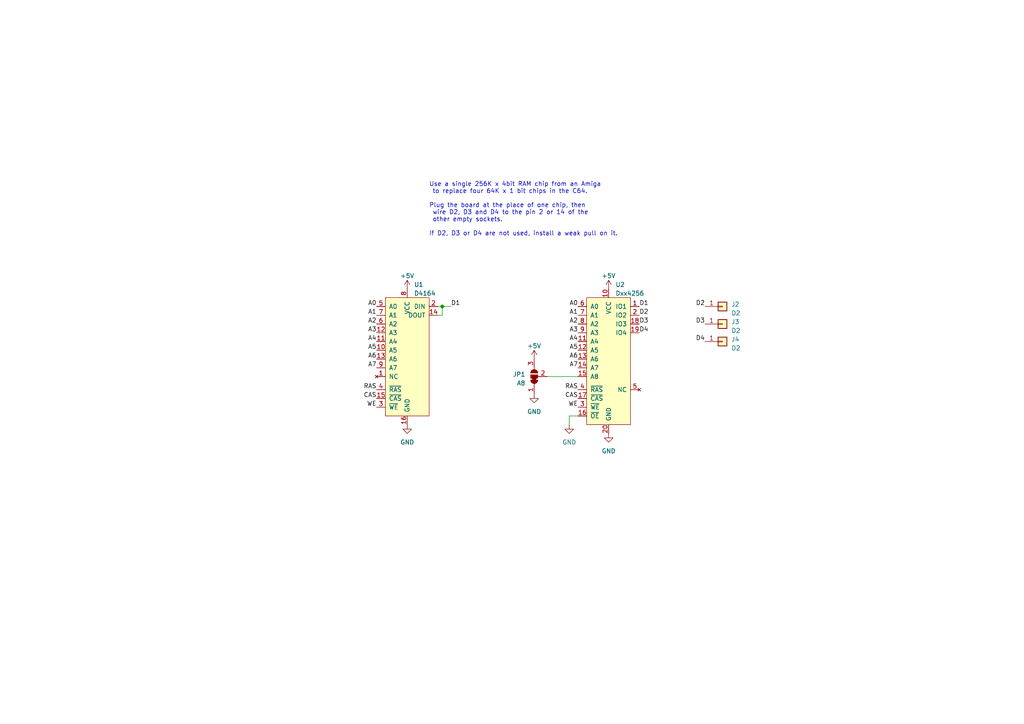
<source format=kicad_sch>
(kicad_sch (version 20230121) (generator eeschema)
  (paper "A4")
  (title_block (title "C64 RAM xx4256 to 4164") (date "2023-02-19") (rev "0.1") (company "FLACO 2023") (comment 1 "CC-BY-NC-SA 4.0"))
  (lib_symbols
    (symbol "Connector_Generic:Conn_01x01" (pin_names (offset 1.016) hide)
      (property "Reference" "J" (at 0 2.54 0))
      (property "Value" "Conn_01x01" (at 0 -2.54 0))
      (symbol "Conn_01x01_1_1"
        (rectangle (start -1.27 0.127) (end 0 -0.127) (stroke (width 0.1524)))
        (rectangle (start -1.27 1.27) (end 1.27 -1.27) (stroke (width 0.254)) (fill (type background)))
        (pin passive line (at -5.08 0 0) (length 3.81) (name "Pin_1") (number "1"))
      )
    )
    (symbol "Jumper:SolderJumper_3_Bridged12" (pin_names (offset 0) hide)
      (property "Reference" "JP" (at -2.54 -2.54 0))
      (property "Value" "SolderJumper_3_Bridged12" (at 0 2.794 0))
      (symbol "SolderJumper_3_Bridged12_0_1"
        (rectangle (start -1.016 0.508) (end -0.508 -0.508) (fill (type outline)))
        (arc (start -1.016 1.016) (mid -2.0276 0) (end -1.016 -1.016))
        (arc (start -1.016 1.016) (mid -2.0276 0) (end -1.016 -1.016) (fill (type outline)))
        (rectangle (start -0.508 1.016) (end 0.508 -1.016) (fill (type outline)))
        (polyline (pts (xy -2.54 0) (xy -2.032 0)))
        (polyline (pts (xy -1.016 1.016) (xy -1.016 -1.016)))
        (polyline (pts (xy 0 -1.27) (xy 0 -1.016)))
        (polyline (pts (xy 1.016 1.016) (xy 1.016 -1.016)))
        (polyline (pts (xy 2.54 0) (xy 2.032 0)))
        (arc (start 1.016 -1.016) (mid 2.0276 0) (end 1.016 1.016))
        (arc (start 1.016 -1.016) (mid 2.0276 0) (end 1.016 1.016) (fill (type outline)))
      )
      (symbol "SolderJumper_3_Bridged12_1_1"
        (pin passive line (at -5.08 0 0) (length 2.54) (name "A") (number "1"))
        (pin passive line (at 0 -3.81 90) (length 2.54) (name "C") (number "2"))
        (pin passive line (at 5.08 0 180) (length 2.54) (name "B") (number "3"))
      )
    )
    (symbol "Sassa:D4164" (pin_names (offset 1.016))
      (property "Reference" "U" (at -6.35 15.24 0))
      (property "Value" "D4164" (at -5.08 12.7 0))
      (symbol "D4164_0_1"
        (rectangle (start -6.35 11.43) (end 6.35 -22.86) (fill (type background)))
      )
      (symbol "D4164_1_1"
        (pin no_connect line (at -8.89 -11.43 0) (length 2.54) (name "NC") (number "1"))
        (pin input line (at -8.89 -3.81 0) (length 2.54) (name "A5") (number "10"))
        (pin input line (at -8.89 -1.27 0) (length 2.54) (name "A4") (number "11"))
        (pin input line (at -8.89 1.27 0) (length 2.54) (name "A3") (number "12"))
        (pin input line (at -8.89 -6.35 0) (length 2.54) (name "A6") (number "13"))
        (pin output line (at 8.89 6.35 180) (length 2.54) (name "DOUT") (number "14"))
        (pin input line (at -8.89 -17.78 0) (length 2.54) (name "~{CAS}") (number "15"))
        (pin power_in line (at 0 -25.4 90) (length 2.54) (name "GND") (number "16"))
        (pin input line (at 8.89 8.89 180) (length 2.54) (name "DIN") (number "2"))
        (pin input line (at -8.89 -20.32 0) (length 2.54) (name "~{WE}") (number "3"))
        (pin input line (at -8.89 -15.24 0) (length 2.54) (name "~{RAS}") (number "4"))
        (pin input line (at -8.89 8.89 0) (length 2.54) (name "A0") (number "5"))
        (pin input line (at -8.89 3.81 0) (length 2.54) (name "A2") (number "6"))
        (pin input line (at -8.89 6.35 0) (length 2.54) (name "A1") (number "7"))
        (pin power_in line (at 0 13.97 270) (length 2.54) (name "VCC") (number "8"))
        (pin input line (at -8.89 -8.89 0) (length 2.54) (name "A7") (number "9"))
      )
    )
    (symbol "Sassa:Dxx4256" (pin_names (offset 1.016))
      (property "Reference" "U" (at -6.35 15.24 0))
      (property "Value" "Dxx4256" (at -5.08 12.7 0))
      (symbol "Dxx4256_0_1"
        (rectangle (start -6.35 11.43) (end 6.35 -25.4) (fill (type background)))
      )
      (symbol "Dxx4256_1_1"
        (pin bidirectional line (at 8.89 8.89 180) (length 2.54) (name "IO1") (number "1"))
        (pin power_in line (at 0 13.97 270) (length 2.54) (name "VCC") (number "10"))
        (pin input line (at -8.89 -1.27 0) (length 2.54) (name "A4") (number "11"))
        (pin input line (at -8.89 -3.81 0) (length 2.54) (name "A5") (number "12"))
        (pin input line (at -8.89 -6.35 0) (length 2.54) (name "A6") (number "13"))
        (pin input line (at -8.89 -8.89 0) (length 2.54) (name "A7") (number "14"))
        (pin input line (at -8.89 -11.43 0) (length 2.54) (name "A8") (number "15"))
        (pin input line (at -8.89 -22.86 0) (length 2.54) (name "~{OE}") (number "16"))
        (pin input line (at -8.89 -17.78 0) (length 2.54) (name "~{CAS}") (number "17"))
        (pin bidirectional line (at 8.89 3.81 180) (length 2.54) (name "IO3") (number "18"))
        (pin bidirectional line (at 8.89 1.27 180) (length 2.54) (name "IO4") (number "19"))
        (pin bidirectional line (at 8.89 6.35 180) (length 2.54) (name "IO2") (number "2"))
        (pin power_in line (at 0 -27.94 90) (length 2.54) (name "GND") (number "20"))
        (pin input line (at -8.89 -20.32 0) (length 2.54) (name "~{WE}") (number "3"))
        (pin input line (at -8.89 -15.24 0) (length 2.54) (name "~{RAS}") (number "4"))
        (pin no_connect line (at 8.89 -15.24 180) (length 2.54) (name "NC") (number "5"))
        (pin input line (at -8.89 8.89 0) (length 2.54) (name "A0") (number "6"))
        (pin input line (at -8.89 6.35 0) (length 2.54) (name "A1") (number "7"))
        (pin input line (at -8.89 3.81 0) (length 2.54) (name "A2") (number "8"))
        (pin input line (at -8.89 1.27 0) (length 2.54) (name "A3") (number "9"))
      )
    )
    (symbol "power:+5V" (power) (pin_names (offset 0))
      (property "Value" "+5V" (at 0 3.556 0))
      (symbol "+5V_0_1"
        (polyline (pts (xy -0.762 1.27) (xy 0 2.54)))
        (polyline (pts (xy 0 0) (xy 0 2.54)))
        (polyline (pts (xy 0 2.54) (xy 0.762 1.27)))
      )
      (symbol "+5V_1_1"
        (pin power_in line (at 0 0 90) (length 0) hide (name "+5V") (number "1"))
      )
    )
    (symbol "power:GND" (power) (pin_names (offset 0))
      (property "Value" "GND" (at 0 -3.81 0))
      (symbol "GND_0_1"
        (polyline (pts (xy 0 0) (xy 0 -1.27) (xy 1.27 -1.27) (xy 0 -2.54) (xy -1.27 -1.27) (xy 0 -1.27)))
      )
      (symbol "GND_1_1"
        (pin power_in line (at 0 0 270) (length 0) hide (name "GND") (number "1"))
      )
    )
  )
  (junction (at 128.27 88.9))
  (wire (pts (xy 158.75 109.22) (xy 167.64 109.22)))
  (wire (pts (xy 127 91.44) (xy 128.27 91.44)))
  (wire (pts (xy 128.27 91.44) (xy 128.27 88.9)))
  (wire (pts (xy 165.1 120.65) (xy 165.1 123.19)))
  (wire (pts (xy 128.27 88.9) (xy 130.81 88.9)))
  (wire (pts (xy 167.64 120.65) (xy 165.1 120.65)))
  (wire (pts (xy 127 88.9) (xy 128.27 88.9)))
  (text "Use a single 256K x 4bit RAM chip from an Amiga\n to replace four 64K x 1 bit chips in the C64.\n\nPlug the board at the place of one chip, then\n wire D2, D3 and D4 to the pin 2 or 14 of the\n other empty sockets.\n\nIf D2, D3 or D4 are not used, install a weak pull on it." (at 124.46 68.58 0) (effects (font (size 1.27 1.27)) (justify left bottom)))
  (label "WE" (at 167.64 118.11 180))
  (label "A5" (at 167.64 101.6 180))
  (label "A1" (at 167.64 91.44 180))
  (label "D2" (at 204.47 88.9 180))
  (label "D4" (at 204.47 99.06 180))
  (label "A1" (at 109.22 91.44 180))
  (label "RAS" (at 109.22 113.03 180))
  (label "CAS" (at 109.22 115.57 180))
  (label "A7" (at 167.64 106.68 180))
  (label "A4" (at 167.64 99.06 180))
  (label "A3" (at 167.64 96.52 180))
  (label "RAS" (at 167.64 113.03 180))
  (label "D3" (at 204.47 93.98 180))
  (label "D1" (at 185.42 88.9 0))
  (label "A2" (at 167.64 93.98 180))
  (label "D4" (at 185.42 96.52 0))
  (label "WE" (at 109.22 118.11 180))
  (label "A6" (at 167.64 104.14 180))
  (label "A6" (at 109.22 104.14 180))
  (label "D2" (at 185.42 91.44 0))
  (label "A7" (at 109.22 106.68 180))
  (label "A4" (at 109.22 99.06 180))
  (label "A2" (at 109.22 93.98 180))
  (label "A0" (at 167.64 88.9 180))
  (label "CAS" (at 167.64 115.57 180))
  (label "D1" (at 130.81 88.9 0))
  (label "A0" (at 109.22 88.9 180))
  (label "A3" (at 109.22 96.52 180))
  (label "A5" (at 109.22 101.6 180))
  (label "D3" (at 185.42 93.98 0))
  (symbol (lib_id "Connector_Generic:Conn_01x01") (at 209.55 93.98 0) (unit 1)
    (property "Reference" "J3" (at 212.09 93.345 0) (effects (justify left)))
    (property "Value" "D2" (at 212.09 95.885 0) (effects (justify left)))
    (property "Footprint" "Connector_PinHeader_2.54mm:PinHeader_1x01_P2.54mm_Vertical" (effects hide))
  )
  (symbol (lib_id "Connector_Generic:Conn_01x01") (at 209.55 99.06 0) (unit 1)
    (property "Reference" "J4" (at 212.09 98.425 0) (effects (justify left)))
    (property "Value" "D2" (at 212.09 100.965 0) (effects (justify left)))
    (property "Footprint" "Connector_PinHeader_2.54mm:PinHeader_1x01_P2.54mm_Vertical" (effects hide))
  )
  (symbol (lib_id "Sassa:D4164") (at 118.11 97.79 0) (unit 1)
    (property "Reference" "U1" (at 120.0659 82.55 0) (effects (justify left)))
    (property "Value" "D4164" (at 120.0659 85.09 0) (effects (justify left)))
    (property "Footprint" "Package_DIP:DIP-16_W7.62mm" (effects hide))
  )
  (symbol (lib_id "power:GND") (at 176.53 125.73 0) (unit 1)
    (property "Reference" "#PWR06" (effects hide))
    (property "Value" "GND" (at 176.53 130.81 0))
  )
  (symbol (lib_id "power:+5V") (at 154.94 104.14 0) (unit 1)
    (property "Reference" "#PWR03" (effects hide))
    (property "Value" "+5V" (at 154.94 100.33 0))
  )
  (symbol (lib_id "power:GND") (at 118.11 123.19 0) (unit 1)
    (property "Reference" "#PWR02" (effects hide))
    (property "Value" "GND" (at 118.11 128.27 0))
  )
  (symbol (lib_id "power:+5V") (at 176.53 83.82 0) (unit 1)
    (property "Reference" "#PWR05" (effects hide))
    (property "Value" "+5V" (at 176.53 80.01 0))
  )
  (symbol (lib_id "Sassa:Dxx4256") (at 176.53 97.79 0) (unit 1)
    (property "Reference" "U2" (at 178.4859 82.55 0) (effects (justify left)))
    (property "Value" "Dxx4256" (at 178.4859 85.09 0) (effects (justify left)))
    (property "Footprint" "Package_DIP:DIP-20_W7.62mm" (effects hide))
  )
  (symbol (lib_id "power:GND") (at 154.94 114.3 0) (unit 1)
    (property "Reference" "#PWR04" (effects hide))
    (property "Value" "GND" (at 154.94 119.38 0))
  )
  (symbol (lib_id "power:+5V") (at 118.11 83.82 0) (unit 1)
    (property "Reference" "#PWR01" (effects hide))
    (property "Value" "+5V" (at 118.11 80.01 0))
  )
  (symbol (lib_id "Jumper:SolderJumper_3_Bridged12") (at 154.94 109.22 90) (unit 1)
    (property "Reference" "JP1" (at 152.4 108.585 90) (effects (justify left)))
    (property "Value" "A8" (at 152.4 111.125 90) (effects (justify left)))
    (property "Footprint" "Jumper:SolderJumper-3_P1.3mm_Bridged12_RoundedPad1.0x1.5mm" (effects hide))
  )
  (symbol (lib_id "power:GND") (at 165.1 123.19 0) (unit 1)
    (property "Reference" "#PWR07" (effects hide))
    (property "Value" "GND" (at 165.1 128.27 0))
  )
  (symbol (lib_id "Connector_Generic:Conn_01x01") (at 209.55 88.9 0) (unit 1)
    (property "Reference" "J2" (at 212.09 88.265 0) (effects (justify left)))
    (property "Value" "D2" (at 212.09 90.805 0) (effects (justify left)))
    (property "Footprint" "Connector_PinHeader_2.54mm:PinHeader_1x01_P2.54mm_Vertical" (effects hide))
  )
)
</source>
